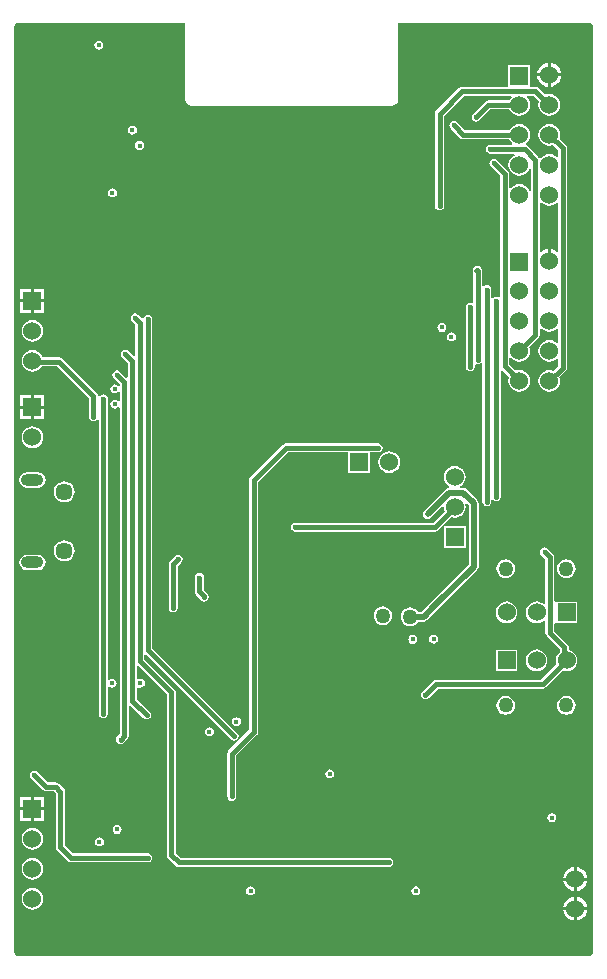
<source format=gbl>
G04*
G04 #@! TF.GenerationSoftware,Altium Limited,Altium Designer,20.1.14 (287)*
G04*
G04 Layer_Physical_Order=4*
G04 Layer_Color=16711680*
%FSLAX44Y44*%
%MOMM*%
G71*
G04*
G04 #@! TF.SameCoordinates,978DA6D5-38BD-4FD5-9912-D6258095FBE2*
G04*
G04*
G04 #@! TF.FilePolarity,Positive*
G04*
G01*
G75*
%ADD107C,1.2700*%
%ADD109C,0.5000*%
%ADD110C,0.4500*%
%ADD117C,1.4500*%
%ADD118O,1.9050X0.9910*%
%ADD119R,1.5240X1.5240*%
%ADD120C,1.5240*%
%ADD121R,1.5240X1.5240*%
%ADD122C,0.4500*%
G36*
X8000Y794902D02*
X149742Y794902D01*
Y730000D01*
X150130Y728049D01*
X151235Y726395D01*
X152889Y725290D01*
X154840Y724902D01*
X324840D01*
X326791Y725290D01*
X328445Y726395D01*
Y726395D01*
X329550Y728049D01*
X329938Y730000D01*
Y794902D01*
X492000Y794902D01*
X492286D01*
X492847Y794791D01*
X493375Y794572D01*
X493850Y794254D01*
X494254Y793850D01*
X494572Y793375D01*
X494791Y792847D01*
X494902Y792286D01*
X494902Y792001D01*
X494902Y792000D01*
X494902Y792000D01*
X494902Y8000D01*
X494902Y7714D01*
X494791Y7153D01*
X494572Y6625D01*
X494254Y6150D01*
X493850Y5746D01*
X493375Y5428D01*
X492846Y5209D01*
X492286Y5098D01*
X8000D01*
X8000Y5098D01*
X8000Y5098D01*
X7714D01*
X7153Y5209D01*
X6625Y5428D01*
X6150Y5746D01*
X5746Y6150D01*
X5428Y6625D01*
X5209Y7153D01*
X5098Y7714D01*
X5098Y8000D01*
X5098Y8000D01*
X5098Y8000D01*
X5098Y792000D01*
X5098Y792000D01*
X5098Y792001D01*
X5098Y792286D01*
X5209Y792847D01*
X5428Y793375D01*
X5746Y793850D01*
X6150Y794254D01*
X6625Y794572D01*
X7153Y794791D01*
X7714Y794902D01*
X7999Y794902D01*
X8000Y794902D01*
X8000Y794902D01*
D02*
G37*
%LPC*%
G36*
X76569Y779823D02*
X75105Y779532D01*
X73865Y778704D01*
X73036Y777463D01*
X72745Y776000D01*
X73036Y774537D01*
X73865Y773296D01*
X75105Y772468D01*
X76569Y772177D01*
X78032Y772468D01*
X79272Y773296D01*
X80101Y774537D01*
X80392Y776000D01*
X80101Y777463D01*
X79272Y778704D01*
X78032Y779532D01*
X76569Y779823D01*
D02*
G37*
G36*
X459097Y760881D02*
Y752070D01*
X467907D01*
X467725Y753452D01*
X466702Y755924D01*
X465073Y758046D01*
X462951Y759675D01*
X460479Y760698D01*
X459097Y760881D01*
D02*
G37*
G36*
X456557Y760881D02*
X455175Y760698D01*
X452703Y759675D01*
X450581Y758046D01*
X448952Y755924D01*
X447929Y753452D01*
X447747Y752070D01*
X456557D01*
Y760881D01*
D02*
G37*
G36*
Y749530D02*
X447747D01*
X447929Y748148D01*
X448952Y745676D01*
X450581Y743554D01*
X452703Y741925D01*
X455175Y740901D01*
X456557Y740720D01*
Y749530D01*
D02*
G37*
G36*
X467907D02*
X459097D01*
Y740720D01*
X460479Y740901D01*
X462951Y741925D01*
X465073Y743554D01*
X466702Y745676D01*
X467725Y748148D01*
X467907Y749530D01*
D02*
G37*
G36*
X441293Y759412D02*
X423053D01*
Y742094D01*
X423053Y741172D01*
X421927Y740823D01*
X384000D01*
X382537Y740532D01*
X381296Y739704D01*
X362296Y720704D01*
X361468Y719463D01*
X361177Y718000D01*
Y640000D01*
X361468Y638537D01*
X362296Y637296D01*
X363537Y636468D01*
X365000Y636177D01*
X366463Y636468D01*
X367704Y637296D01*
X368532Y638537D01*
X368823Y640000D01*
Y716416D01*
X385584Y733177D01*
X425605D01*
X426013Y731974D01*
X425923Y731905D01*
X424461Y729999D01*
X424139Y729223D01*
X406400D01*
X404937Y728932D01*
X403696Y728104D01*
X393296Y717704D01*
X392468Y716463D01*
X392177Y715000D01*
X392468Y713537D01*
X393296Y712296D01*
X394537Y711468D01*
X396000Y711177D01*
X397463Y711468D01*
X398704Y712296D01*
X407984Y721577D01*
X424139D01*
X424461Y720801D01*
X425923Y718895D01*
X427828Y717434D01*
X430046Y716515D01*
X432427Y716201D01*
X434808Y716515D01*
X437026Y717434D01*
X438932Y718895D01*
X440393Y720801D01*
X441312Y723019D01*
X441626Y725400D01*
X441312Y727781D01*
X440393Y729999D01*
X438932Y731905D01*
X438841Y731974D01*
X439249Y733177D01*
X444643D01*
X449263Y728557D01*
X448942Y727781D01*
X448628Y725400D01*
X448942Y723019D01*
X449861Y720801D01*
X451323Y718895D01*
X453228Y717434D01*
X455446Y716515D01*
X457827Y716201D01*
X460208Y716515D01*
X462426Y717434D01*
X464332Y718895D01*
X465793Y720801D01*
X466712Y723019D01*
X467026Y725400D01*
X466712Y727781D01*
X465793Y729999D01*
X464332Y731905D01*
X462426Y733366D01*
X460208Y734285D01*
X457827Y734599D01*
X455446Y734285D01*
X454670Y733964D01*
X448931Y739704D01*
X447690Y740532D01*
X446227Y740823D01*
X442419D01*
X441293Y741172D01*
X441293Y742094D01*
Y759412D01*
D02*
G37*
G36*
X105000Y707823D02*
X103537Y707532D01*
X102296Y706704D01*
X101468Y705463D01*
X101177Y704000D01*
X101468Y702537D01*
X102296Y701296D01*
X103537Y700468D01*
X105000Y700177D01*
X106463Y700468D01*
X107704Y701296D01*
X108532Y702537D01*
X108823Y704000D01*
X108532Y705463D01*
X107704Y706704D01*
X106463Y707532D01*
X105000Y707823D01*
D02*
G37*
G36*
X111000Y694823D02*
X109537Y694532D01*
X108296Y693704D01*
X107468Y692463D01*
X107177Y691000D01*
X107468Y689537D01*
X108296Y688296D01*
X109537Y687468D01*
X111000Y687177D01*
X112463Y687468D01*
X113704Y688296D01*
X114532Y689537D01*
X114823Y691000D01*
X114532Y692463D01*
X113704Y693704D01*
X112463Y694532D01*
X111000Y694823D01*
D02*
G37*
G36*
X377000Y711823D02*
X375537Y711532D01*
X374296Y710704D01*
X373468Y709463D01*
X373177Y708000D01*
X373468Y706537D01*
X374296Y705296D01*
X382296Y697296D01*
X383537Y696468D01*
X385000Y696177D01*
X424139D01*
X424461Y695401D01*
X425923Y693495D01*
X426447Y693093D01*
X426016Y691823D01*
X408000D01*
X406537Y691532D01*
X405296Y690704D01*
X404468Y689463D01*
X404177Y688000D01*
X404468Y686537D01*
X405296Y685296D01*
X406537Y684468D01*
X408000Y684177D01*
X428396D01*
X428649Y682907D01*
X427828Y682566D01*
X425923Y681105D01*
X424461Y679199D01*
X423542Y676981D01*
X423228Y674600D01*
X423542Y672219D01*
X424461Y670001D01*
X425923Y668095D01*
X427828Y666634D01*
X430046Y665715D01*
X432427Y665401D01*
X434808Y665715D01*
X437026Y666634D01*
X438932Y668095D01*
X440393Y670001D01*
X440907Y671240D01*
X442177Y670987D01*
Y652813D01*
X440907Y652560D01*
X440393Y653799D01*
X438932Y655704D01*
X437026Y657166D01*
X434808Y658085D01*
X432427Y658399D01*
X430046Y658085D01*
X427828Y657166D01*
X425923Y655704D01*
X425093Y654624D01*
X423823Y655055D01*
Y667000D01*
X423532Y668463D01*
X422704Y669704D01*
X413704Y678704D01*
X412463Y679532D01*
X411000Y679823D01*
X409537Y679532D01*
X408296Y678704D01*
X407468Y677463D01*
X407177Y676000D01*
X407468Y674537D01*
X408296Y673296D01*
X416177Y665416D01*
Y562915D01*
X414907Y562236D01*
X414463Y562532D01*
X413000Y562823D01*
X411537Y562532D01*
X410296Y561704D01*
X410093Y561400D01*
X408823Y561785D01*
Y569000D01*
X408532Y570463D01*
X407704Y571704D01*
X406463Y572532D01*
X405000Y572823D01*
X403537Y572532D01*
X402343Y571735D01*
X402065Y571790D01*
X401073Y572159D01*
Y583468D01*
X401328Y584750D01*
X401018Y586311D01*
X400134Y587634D01*
X399884Y587884D01*
X398561Y588768D01*
X397000Y589078D01*
X395439Y588768D01*
X394116Y587884D01*
X393232Y586561D01*
X392922Y585000D01*
X393232Y583439D01*
X393427Y583148D01*
Y558300D01*
X392156Y557593D01*
X391000Y557823D01*
X389537Y557532D01*
X388296Y556704D01*
X387468Y555463D01*
X387177Y554000D01*
Y503527D01*
X387468Y502064D01*
X388296Y500823D01*
X389537Y499995D01*
X391000Y499704D01*
X392463Y499995D01*
X393704Y500823D01*
X394532Y502064D01*
X394823Y503527D01*
Y505477D01*
X396093Y506184D01*
X397250Y505954D01*
X398713Y506245D01*
X399907Y507042D01*
X400185Y506987D01*
X401177Y506618D01*
Y389425D01*
X401468Y387962D01*
X402296Y386721D01*
X403537Y385892D01*
X405000Y385601D01*
X406463Y385892D01*
X407704Y386721D01*
X408532Y387962D01*
X408823Y389425D01*
Y390715D01*
X410093Y391100D01*
X410296Y390797D01*
X411537Y389968D01*
X413000Y389677D01*
X414463Y389968D01*
X415704Y390797D01*
X416532Y392037D01*
X416823Y393500D01*
Y500100D01*
X418093Y500626D01*
X423863Y494857D01*
X423542Y494081D01*
X423228Y491700D01*
X423542Y489319D01*
X424461Y487101D01*
X425923Y485196D01*
X427828Y483734D01*
X430046Y482815D01*
X432427Y482501D01*
X434808Y482815D01*
X437026Y483734D01*
X438932Y485196D01*
X440393Y487101D01*
X441312Y489319D01*
X441626Y491700D01*
X441312Y494081D01*
X440393Y496299D01*
X438932Y498204D01*
X437026Y499666D01*
X434808Y500585D01*
X432427Y500899D01*
X430046Y500585D01*
X429270Y500264D01*
X423823Y505711D01*
Y511245D01*
X425093Y511676D01*
X425923Y510596D01*
X427828Y509134D01*
X430046Y508215D01*
X432427Y507901D01*
X434808Y508215D01*
X437026Y509134D01*
X438932Y510596D01*
X440393Y512501D01*
X441312Y514719D01*
X441626Y517100D01*
X441312Y519481D01*
X440991Y520257D01*
X448704Y527969D01*
X449532Y529210D01*
X449823Y530673D01*
Y535863D01*
X451093Y536294D01*
X451323Y535995D01*
X453228Y534534D01*
X455446Y533615D01*
X457827Y533301D01*
X460208Y533615D01*
X462426Y534534D01*
X464104Y535821D01*
X465374Y535454D01*
Y524146D01*
X464104Y523779D01*
X462426Y525066D01*
X460208Y525985D01*
X457827Y526299D01*
X455446Y525985D01*
X453228Y525066D01*
X451323Y523605D01*
X449861Y521699D01*
X448942Y519481D01*
X448628Y517100D01*
X448942Y514719D01*
X449861Y512501D01*
X451323Y510596D01*
X453228Y509134D01*
X455446Y508215D01*
X457827Y507901D01*
X460208Y508215D01*
X462426Y509134D01*
X464104Y510421D01*
X465374Y510054D01*
Y504654D01*
X460984Y500264D01*
X460208Y500585D01*
X457827Y500899D01*
X455446Y500585D01*
X453228Y499666D01*
X451323Y498204D01*
X449861Y496299D01*
X448942Y494081D01*
X448628Y491700D01*
X448942Y489319D01*
X449861Y487101D01*
X451323Y485196D01*
X453228Y483734D01*
X455446Y482815D01*
X457827Y482501D01*
X460208Y482815D01*
X462426Y483734D01*
X464332Y485196D01*
X465793Y487101D01*
X466712Y489319D01*
X467026Y491700D01*
X466712Y494081D01*
X466391Y494857D01*
X471901Y500366D01*
X472729Y501607D01*
X473020Y503070D01*
Y688630D01*
X472729Y690093D01*
X471901Y691334D01*
X466391Y696843D01*
X466712Y697619D01*
X467026Y700000D01*
X466712Y702381D01*
X465793Y704599D01*
X464332Y706505D01*
X462426Y707966D01*
X460208Y708885D01*
X457827Y709199D01*
X455446Y708885D01*
X453228Y707966D01*
X451323Y706505D01*
X449861Y704599D01*
X448942Y702381D01*
X448628Y700000D01*
X448942Y697619D01*
X449861Y695401D01*
X451323Y693495D01*
X453228Y692034D01*
X455446Y691115D01*
X457827Y690801D01*
X460208Y691115D01*
X460984Y691436D01*
X465374Y687046D01*
Y681646D01*
X464104Y681279D01*
X462426Y682566D01*
X460208Y683485D01*
X457827Y683799D01*
X455446Y683485D01*
X453228Y682566D01*
X451323Y681105D01*
X450828Y680460D01*
X450306Y680461D01*
X449392Y680674D01*
X448704Y681704D01*
X439704Y690704D01*
X438463Y691532D01*
X438460Y691533D01*
X438143Y692891D01*
X438932Y693495D01*
X440393Y695401D01*
X441312Y697619D01*
X441626Y700000D01*
X441312Y702381D01*
X440393Y704599D01*
X438932Y706505D01*
X437026Y707966D01*
X434808Y708885D01*
X432427Y709199D01*
X430046Y708885D01*
X427828Y707966D01*
X425923Y706505D01*
X424461Y704599D01*
X424139Y703823D01*
X386584D01*
X379704Y710704D01*
X378463Y711532D01*
X377000Y711823D01*
D02*
G37*
G36*
X88000Y654823D02*
X86537Y654532D01*
X85296Y653704D01*
X84468Y652463D01*
X84177Y651000D01*
X84468Y649537D01*
X85296Y648296D01*
X86537Y647468D01*
X88000Y647177D01*
X89463Y647468D01*
X90704Y648296D01*
X91532Y649537D01*
X91823Y651000D01*
X91532Y652463D01*
X90704Y653704D01*
X89463Y654532D01*
X88000Y654823D01*
D02*
G37*
G36*
X30414Y569562D02*
X21524D01*
Y560672D01*
X30414D01*
Y569562D01*
D02*
G37*
G36*
X18984D02*
X10094D01*
Y560672D01*
X18984D01*
Y569562D01*
D02*
G37*
G36*
X30414Y558132D02*
X21524D01*
Y549242D01*
X30414D01*
Y558132D01*
D02*
G37*
G36*
X18984D02*
X10094D01*
Y549242D01*
X18984D01*
Y558132D01*
D02*
G37*
G36*
X367000Y540823D02*
X365537Y540532D01*
X364296Y539704D01*
X363468Y538463D01*
X363177Y537000D01*
X363468Y535537D01*
X364296Y534296D01*
X365537Y533468D01*
X367000Y533177D01*
X368463Y533468D01*
X369704Y534296D01*
X370532Y535537D01*
X370823Y537000D01*
X370532Y538463D01*
X369704Y539704D01*
X368463Y540532D01*
X367000Y540823D01*
D02*
G37*
G36*
X375000Y532823D02*
X373537Y532532D01*
X372296Y531704D01*
X371468Y530463D01*
X371177Y529000D01*
X371468Y527537D01*
X372296Y526296D01*
X373537Y525468D01*
X375000Y525177D01*
X376463Y525468D01*
X377704Y526296D01*
X378532Y527537D01*
X378823Y529000D01*
X378532Y530463D01*
X377704Y531704D01*
X376463Y532532D01*
X375000Y532823D01*
D02*
G37*
G36*
X20254Y543201D02*
X17873Y542887D01*
X15655Y541968D01*
X13750Y540507D01*
X12288Y538601D01*
X11369Y536383D01*
X11055Y534002D01*
X11369Y531621D01*
X12288Y529403D01*
X13750Y527497D01*
X15655Y526036D01*
X17873Y525117D01*
X20254Y524803D01*
X22635Y525117D01*
X24853Y526036D01*
X26758Y527497D01*
X28220Y529403D01*
X29139Y531621D01*
X29453Y534002D01*
X29139Y536383D01*
X28220Y538601D01*
X26758Y540507D01*
X24853Y541968D01*
X22635Y542887D01*
X20254Y543201D01*
D02*
G37*
G36*
X107304Y548823D02*
X105841Y548532D01*
X104600Y547704D01*
X103772Y546463D01*
X103481Y545000D01*
X103772Y543537D01*
X104600Y542296D01*
X107427Y539470D01*
Y512890D01*
X106253Y512404D01*
X101704Y516954D01*
X100463Y517782D01*
X99000Y518073D01*
X97537Y517782D01*
X96296Y516954D01*
X95468Y515713D01*
X95177Y514250D01*
X95468Y512787D01*
X96296Y511546D01*
X101177Y506666D01*
Y494713D01*
X99907Y494187D01*
X94552Y499541D01*
X94552Y499541D01*
X93312Y500370D01*
X91849Y500661D01*
X90386Y500370D01*
X89145Y499541D01*
X88316Y498301D01*
X88025Y496838D01*
X88316Y495374D01*
X89145Y494134D01*
X94177Y489103D01*
Y487785D01*
X92907Y487400D01*
X92704Y487704D01*
X91463Y488532D01*
X90000Y488823D01*
X88537Y488532D01*
X87296Y487704D01*
X86468Y486463D01*
X86177Y485000D01*
X86468Y483537D01*
X87296Y482296D01*
X88537Y481468D01*
X90000Y481177D01*
X91463Y481468D01*
X92704Y482296D01*
X92907Y482600D01*
X94177Y482215D01*
Y474785D01*
X92907Y474400D01*
X92704Y474704D01*
X91463Y475532D01*
X90000Y475823D01*
X88537Y475532D01*
X87296Y474704D01*
X86468Y473463D01*
X86177Y472000D01*
X86468Y470537D01*
X87296Y469296D01*
X88537Y468468D01*
X90000Y468177D01*
X91463Y468468D01*
X92704Y469296D01*
X92907Y469600D01*
X94177Y469215D01*
Y192584D01*
X92296Y190704D01*
X91468Y189463D01*
X91177Y188000D01*
X91468Y186537D01*
X92296Y185296D01*
X93537Y184468D01*
X95000Y184177D01*
X96463Y184468D01*
X97704Y185296D01*
X100704Y188296D01*
X101532Y189537D01*
X101823Y191000D01*
Y216973D01*
X103093Y217499D01*
X114296Y206296D01*
X115537Y205468D01*
X117000Y205177D01*
X118463Y205468D01*
X119704Y206296D01*
X120532Y207537D01*
X120823Y209000D01*
X120532Y210463D01*
X119704Y211704D01*
X108823Y222584D01*
Y231668D01*
X110093Y232347D01*
X110287Y232218D01*
X111750Y231927D01*
X113213Y232218D01*
X114454Y233046D01*
X115282Y234287D01*
X115573Y235750D01*
X115282Y237213D01*
X114454Y238454D01*
X113213Y239282D01*
X111750Y239573D01*
X110287Y239282D01*
X110093Y239153D01*
X108823Y239832D01*
Y250110D01*
X109997Y250596D01*
X133974Y226619D01*
Y208841D01*
Y90203D01*
X134265Y88740D01*
X135093Y87500D01*
X141296Y81296D01*
X142537Y80468D01*
X144000Y80177D01*
X322000D01*
X323463Y80468D01*
X324704Y81296D01*
X325532Y82537D01*
X325823Y84000D01*
X325532Y85463D01*
X324704Y86704D01*
X323463Y87532D01*
X322000Y87823D01*
X145584D01*
X141620Y91787D01*
Y208841D01*
Y228203D01*
X141329Y229666D01*
X140500Y230907D01*
X115073Y256334D01*
Y259818D01*
X116343Y260344D01*
X188400Y188288D01*
X189640Y187459D01*
X191103Y187168D01*
X192566Y187459D01*
X193807Y188288D01*
X194636Y189528D01*
X194927Y190991D01*
X194636Y192455D01*
X193807Y193695D01*
X121823Y265678D01*
Y544000D01*
X121532Y545463D01*
X120704Y546704D01*
X119463Y547532D01*
X118000Y547823D01*
X116537Y547532D01*
X115296Y546704D01*
X114468Y545463D01*
X114397Y545110D01*
X113019Y544692D01*
X110008Y547704D01*
X108767Y548532D01*
X107304Y548823D01*
D02*
G37*
G36*
X30414Y479652D02*
X21524D01*
Y470762D01*
X30414D01*
Y479652D01*
D02*
G37*
G36*
X18984D02*
X10094D01*
Y470762D01*
X18984D01*
Y479652D01*
D02*
G37*
G36*
X30414Y468222D02*
X21524D01*
Y459332D01*
X30414D01*
Y468222D01*
D02*
G37*
G36*
X18984D02*
X10094D01*
Y459332D01*
X18984D01*
Y468222D01*
D02*
G37*
G36*
X20254Y453291D02*
X17873Y452977D01*
X15655Y452058D01*
X13750Y450597D01*
X12288Y448691D01*
X11369Y446473D01*
X11055Y444092D01*
X11369Y441711D01*
X12288Y439493D01*
X13750Y437588D01*
X15655Y436126D01*
X17873Y435207D01*
X20254Y434893D01*
X22635Y435207D01*
X24853Y436126D01*
X26758Y437588D01*
X28220Y439493D01*
X29139Y441711D01*
X29453Y444092D01*
X29139Y446473D01*
X28220Y448691D01*
X26758Y450597D01*
X24853Y452058D01*
X22635Y452977D01*
X20254Y453291D01*
D02*
G37*
G36*
X313000Y438823D02*
X235000D01*
X233537Y438532D01*
X232296Y437704D01*
X204796Y410204D01*
X203968Y408963D01*
X203677Y407500D01*
Y196245D01*
X186296Y178865D01*
X185468Y177624D01*
X185177Y176161D01*
Y140000D01*
X185468Y138537D01*
X186296Y137296D01*
X187537Y136468D01*
X189000Y136177D01*
X190463Y136468D01*
X191704Y137296D01*
X192532Y138537D01*
X192823Y140000D01*
Y174578D01*
X210204Y191958D01*
X211032Y193198D01*
X211324Y194661D01*
Y405916D01*
X236584Y431177D01*
X287880D01*
Y413880D01*
X306120D01*
Y431177D01*
X313000D01*
X314463Y431468D01*
X315704Y432296D01*
X316532Y433537D01*
X316823Y435000D01*
X316532Y436463D01*
X315704Y437704D01*
X314463Y438532D01*
X313000Y438823D01*
D02*
G37*
G36*
X322400Y432199D02*
X320019Y431885D01*
X317801Y430966D01*
X315896Y429504D01*
X314434Y427599D01*
X313515Y425381D01*
X313201Y423000D01*
X313515Y420619D01*
X314434Y418401D01*
X315896Y416496D01*
X317801Y415034D01*
X320019Y414115D01*
X322400Y413801D01*
X324781Y414115D01*
X326999Y415034D01*
X328904Y416496D01*
X330366Y418401D01*
X331285Y420619D01*
X331599Y423000D01*
X331285Y425381D01*
X330366Y427599D01*
X328904Y429504D01*
X326999Y430966D01*
X324781Y431885D01*
X322400Y432199D01*
D02*
G37*
G36*
X24855Y414566D02*
X15715D01*
X13196Y414066D01*
X11061Y412639D01*
X9635Y410504D01*
X9133Y407985D01*
X9635Y405466D01*
X11061Y403331D01*
X13196Y401905D01*
X15715Y401404D01*
X24855D01*
X27374Y401905D01*
X29509Y403331D01*
X30935Y405466D01*
X31436Y407985D01*
X30935Y410504D01*
X29509Y412639D01*
X27374Y414066D01*
X24855Y414566D01*
D02*
G37*
G36*
X47285Y406810D02*
X45001Y406510D01*
X42872Y405628D01*
X41044Y404226D01*
X39642Y402398D01*
X38760Y400269D01*
X38459Y397985D01*
X38760Y395701D01*
X39642Y393572D01*
X41044Y391744D01*
X42872Y390342D01*
X45001Y389460D01*
X47285Y389160D01*
X49569Y389460D01*
X51698Y390342D01*
X53526Y391744D01*
X54928Y393572D01*
X55810Y395701D01*
X56111Y397985D01*
X55810Y400269D01*
X54928Y402398D01*
X53526Y404226D01*
X51698Y405628D01*
X49569Y406510D01*
X47285Y406810D01*
D02*
G37*
G36*
Y356810D02*
X45001Y356510D01*
X42872Y355628D01*
X41044Y354226D01*
X39642Y352398D01*
X38760Y350269D01*
X38459Y347985D01*
X38760Y345701D01*
X39642Y343572D01*
X41044Y341744D01*
X42872Y340342D01*
X45001Y339460D01*
X47285Y339160D01*
X49569Y339460D01*
X51698Y340342D01*
X53526Y341744D01*
X54928Y343572D01*
X55810Y345701D01*
X56111Y347985D01*
X55810Y350269D01*
X54928Y352398D01*
X53526Y354226D01*
X51698Y355628D01*
X49569Y356510D01*
X47285Y356810D01*
D02*
G37*
G36*
X24855Y344566D02*
X15715D01*
X13196Y344066D01*
X11061Y342639D01*
X9635Y340504D01*
X9133Y337985D01*
X9635Y335466D01*
X11061Y333331D01*
X13196Y331904D01*
X15715Y331404D01*
X24855D01*
X27374Y331904D01*
X29509Y333331D01*
X30935Y335466D01*
X31436Y337985D01*
X30935Y340504D01*
X29509Y342639D01*
X27374Y344066D01*
X24855Y344566D01*
D02*
G37*
G36*
X472240Y340748D02*
X470191Y340479D01*
X468281Y339688D01*
X466641Y338429D01*
X465383Y336790D01*
X464592Y334880D01*
X464322Y332831D01*
X464592Y330781D01*
X465383Y328872D01*
X466641Y327232D01*
X468281Y325974D01*
X470191Y325183D01*
X472240Y324913D01*
X474289Y325183D01*
X476199Y325974D01*
X477839Y327232D01*
X479097Y328872D01*
X479888Y330781D01*
X480158Y332831D01*
X479888Y334880D01*
X479097Y336790D01*
X477839Y338429D01*
X476199Y339688D01*
X474289Y340479D01*
X472240Y340748D01*
D02*
G37*
G36*
X420925D02*
X418875Y340479D01*
X416966Y339688D01*
X415326Y338429D01*
X414068Y336790D01*
X413277Y334880D01*
X413007Y332831D01*
X413277Y330781D01*
X414068Y328872D01*
X415326Y327232D01*
X416966Y325974D01*
X418875Y325183D01*
X420925Y324913D01*
X422974Y325183D01*
X424883Y325974D01*
X426523Y327232D01*
X427782Y328872D01*
X428573Y330781D01*
X428842Y332831D01*
X428573Y334880D01*
X427782Y336790D01*
X426523Y338429D01*
X424883Y339688D01*
X422974Y340479D01*
X420925Y340748D01*
D02*
G37*
G36*
X161613Y329005D02*
X160150Y328713D01*
X158909Y327885D01*
X158080Y326644D01*
X157789Y325181D01*
Y313462D01*
X158080Y311999D01*
X158909Y310758D01*
X162187Y307481D01*
X162219Y307319D01*
X163048Y306078D01*
X164288Y305250D01*
X165751Y304959D01*
X167214Y305250D01*
X168455Y306078D01*
X169284Y307319D01*
X169575Y308782D01*
Y309323D01*
X169284Y310786D01*
X168455Y312027D01*
X165436Y315045D01*
Y325181D01*
X165145Y326644D01*
X164316Y327885D01*
X163076Y328713D01*
X161613Y329005D01*
D02*
G37*
G36*
X454000Y350885D02*
X452537Y350594D01*
X451296Y349765D01*
X450468Y348525D01*
X450177Y347062D01*
X450468Y345598D01*
X451296Y344358D01*
X454645Y341009D01*
Y302841D01*
X453375Y302474D01*
X451698Y303761D01*
X449479Y304680D01*
X447099Y304993D01*
X444718Y304680D01*
X442499Y303761D01*
X440594Y302299D01*
X439132Y300394D01*
X438214Y298176D01*
X437900Y295795D01*
X438214Y293414D01*
X439132Y291195D01*
X440594Y289290D01*
X442499Y287828D01*
X444718Y286910D01*
X447099Y286596D01*
X449479Y286910D01*
X451698Y287828D01*
X453375Y289115D01*
X454645Y288749D01*
Y278531D01*
X454936Y277068D01*
X455765Y275828D01*
X466716Y264877D01*
Y262213D01*
X465994Y261659D01*
X464532Y259754D01*
X463614Y257535D01*
X463300Y255155D01*
X463614Y252774D01*
X463935Y251998D01*
X450760Y238824D01*
X362000D01*
X360537Y238532D01*
X359296Y237704D01*
X350296Y228704D01*
X349468Y227463D01*
X349177Y226000D01*
X349468Y224537D01*
X350296Y223296D01*
X351537Y222468D01*
X353000Y222177D01*
X354463Y222468D01*
X355704Y223296D01*
X363584Y231177D01*
X452344D01*
X453807Y231468D01*
X455048Y232297D01*
X469342Y246591D01*
X470118Y246269D01*
X472499Y245956D01*
X474879Y246269D01*
X477098Y247188D01*
X479003Y248650D01*
X480465Y250555D01*
X481384Y252774D01*
X481697Y255155D01*
X481384Y257535D01*
X480465Y259754D01*
X479003Y261659D01*
X477098Y263121D01*
X474879Y264040D01*
X474363Y264108D01*
Y266461D01*
X474072Y267924D01*
X473243Y269164D01*
X462292Y280115D01*
Y286232D01*
X463379Y286675D01*
X463562Y286675D01*
X481619D01*
Y304915D01*
X463562D01*
X463379Y304915D01*
X462292Y305358D01*
Y342593D01*
X462001Y344056D01*
X461172Y345296D01*
X456704Y349765D01*
X455463Y350594D01*
X454000Y350885D01*
D02*
G37*
G36*
X378000Y419599D02*
X375619Y419285D01*
X373401Y418366D01*
X371496Y416904D01*
X370034Y414999D01*
X369115Y412781D01*
X368801Y410400D01*
X369115Y408019D01*
X370034Y405801D01*
X371496Y403895D01*
X373401Y402434D01*
X373065Y401198D01*
X373000Y401078D01*
X371439Y400768D01*
X370116Y399884D01*
X370116Y399884D01*
X352116Y381884D01*
X351232Y380561D01*
X350922Y379000D01*
X351232Y377439D01*
X352116Y376116D01*
X353439Y375232D01*
X355000Y374922D01*
X356561Y375232D01*
X357884Y376116D01*
X367713Y385945D01*
X368852Y385383D01*
X368801Y385000D01*
X369115Y382619D01*
X369436Y381843D01*
X359416Y371823D01*
X243000D01*
X241537Y371532D01*
X240296Y370704D01*
X239468Y369463D01*
X239177Y368000D01*
X239468Y366537D01*
X240296Y365296D01*
X241537Y364468D01*
X243000Y364177D01*
X361000D01*
X362463Y364468D01*
X363704Y365296D01*
X367951Y369544D01*
X368880Y368677D01*
X368880Y367468D01*
Y350480D01*
X387120D01*
Y368720D01*
X370149D01*
X368923Y368720D01*
X368056Y369649D01*
X374843Y376436D01*
X375619Y376115D01*
X378000Y375801D01*
X380381Y376115D01*
X382599Y377034D01*
X384505Y378495D01*
X385966Y380401D01*
X386885Y382619D01*
X387199Y385000D01*
X386885Y387381D01*
X386765Y387672D01*
X387841Y388391D01*
X389922Y386311D01*
Y336219D01*
X357317Y303614D01*
X349781Y296078D01*
X346765D01*
X345599Y297599D01*
X343959Y298857D01*
X342049Y299648D01*
X340000Y299918D01*
X337951Y299648D01*
X336041Y298857D01*
X334401Y297599D01*
X333143Y295959D01*
X332352Y294049D01*
X332082Y292000D01*
X332352Y289951D01*
X333143Y288041D01*
X334401Y286401D01*
X336041Y285143D01*
X337951Y284352D01*
X340000Y284082D01*
X342049Y284352D01*
X343959Y285143D01*
X345599Y286401D01*
X346765Y287922D01*
X351470D01*
X351470Y287922D01*
X353031Y288232D01*
X354354Y289116D01*
X363084Y297846D01*
X396884Y331646D01*
X397768Y332969D01*
X398078Y334529D01*
X398078Y334530D01*
Y388000D01*
X397768Y389561D01*
X396884Y390884D01*
X396884Y390884D01*
X387884Y399884D01*
X386561Y400768D01*
X385000Y401078D01*
X385000Y401078D01*
X382646D01*
X382393Y402348D01*
X382599Y402434D01*
X384505Y403895D01*
X385966Y405801D01*
X386885Y408019D01*
X387199Y410400D01*
X386885Y412781D01*
X385966Y414999D01*
X384505Y416904D01*
X382599Y418366D01*
X380381Y419285D01*
X378000Y419599D01*
D02*
G37*
G36*
X143670Y344653D02*
X142207Y344362D01*
X140966Y343534D01*
X140644Y343051D01*
X136736Y339144D01*
X135908Y337903D01*
X135617Y336440D01*
Y299515D01*
X135908Y298052D01*
X136736Y296812D01*
X137977Y295983D01*
X139440Y295692D01*
X140903Y295983D01*
X142144Y296812D01*
X142972Y298052D01*
X143264Y299515D01*
Y334856D01*
X146374Y337966D01*
X147202Y339207D01*
X147493Y340670D01*
Y340830D01*
X147202Y342293D01*
X146374Y343534D01*
X145133Y344362D01*
X143670Y344653D01*
D02*
G37*
G36*
X421699Y304993D02*
X419318Y304680D01*
X417099Y303761D01*
X415194Y302299D01*
X413732Y300394D01*
X412813Y298176D01*
X412500Y295795D01*
X412813Y293414D01*
X413732Y291195D01*
X415194Y289290D01*
X417099Y287828D01*
X419318Y286910D01*
X421699Y286596D01*
X424080Y286910D01*
X426298Y287828D01*
X428203Y289290D01*
X429665Y291195D01*
X430584Y293414D01*
X430897Y295795D01*
X430584Y298176D01*
X429665Y300394D01*
X428203Y302299D01*
X426298Y303761D01*
X424080Y304680D01*
X421699Y304993D01*
D02*
G37*
G36*
X317000Y300918D02*
X314951Y300648D01*
X313041Y299857D01*
X311401Y298599D01*
X310143Y296959D01*
X309352Y295049D01*
X309082Y293000D01*
X309352Y290951D01*
X310143Y289041D01*
X311401Y287401D01*
X313041Y286143D01*
X314951Y285352D01*
X317000Y285082D01*
X319049Y285352D01*
X320959Y286143D01*
X322599Y287401D01*
X323857Y289041D01*
X324648Y290951D01*
X324918Y293000D01*
X324648Y295049D01*
X323857Y296959D01*
X322599Y298599D01*
X320959Y299857D01*
X319049Y300648D01*
X317000Y300918D01*
D02*
G37*
G36*
X360000Y276823D02*
X358537Y276532D01*
X357296Y275704D01*
X356468Y274463D01*
X356177Y273000D01*
X356468Y271537D01*
X357296Y270296D01*
X358537Y269468D01*
X360000Y269177D01*
X361463Y269468D01*
X362704Y270296D01*
X363532Y271537D01*
X363823Y273000D01*
X363532Y274463D01*
X362704Y275704D01*
X361463Y276532D01*
X360000Y276823D01*
D02*
G37*
G36*
X342246Y276668D02*
X340783Y276377D01*
X339543Y275548D01*
X338714Y274308D01*
X338423Y272845D01*
X338714Y271381D01*
X339543Y270141D01*
X340783Y269312D01*
X342246Y269021D01*
X343709Y269312D01*
X344950Y270141D01*
X345779Y271381D01*
X346070Y272845D01*
X345779Y274308D01*
X344950Y275548D01*
X343709Y276377D01*
X342246Y276668D01*
D02*
G37*
G36*
X430819Y264275D02*
X412579D01*
Y246035D01*
X430819D01*
Y264275D01*
D02*
G37*
G36*
X447099Y264353D02*
X444718Y264040D01*
X442499Y263121D01*
X440594Y261659D01*
X439132Y259754D01*
X438214Y257535D01*
X437900Y255155D01*
X438214Y252774D01*
X439132Y250555D01*
X440594Y248650D01*
X442499Y247188D01*
X444718Y246269D01*
X447099Y245956D01*
X449479Y246269D01*
X451698Y247188D01*
X453603Y248650D01*
X455065Y250555D01*
X455984Y252774D01*
X456297Y255155D01*
X455984Y257535D01*
X455065Y259754D01*
X453603Y261659D01*
X451698Y263121D01*
X449479Y264040D01*
X447099Y264353D01*
D02*
G37*
G36*
X20254Y517801D02*
X17873Y517487D01*
X15655Y516568D01*
X13750Y515107D01*
X12288Y513201D01*
X11369Y510983D01*
X11055Y508602D01*
X11369Y506221D01*
X12288Y504003D01*
X13750Y502098D01*
X15655Y500636D01*
X17873Y499717D01*
X20254Y499403D01*
X22635Y499717D01*
X24853Y500636D01*
X26758Y502098D01*
X28220Y504003D01*
X28292Y504177D01*
X41416D01*
X68177Y477416D01*
Y461400D01*
X68468Y459937D01*
X69296Y458696D01*
X70537Y457868D01*
X72000Y457577D01*
X73463Y457868D01*
X74704Y458696D01*
X75157Y459374D01*
X76427Y458989D01*
Y209750D01*
X76718Y208287D01*
X77546Y207046D01*
X78787Y206218D01*
X80250Y205927D01*
X81713Y206218D01*
X82954Y207046D01*
X83782Y208287D01*
X84073Y209750D01*
Y232287D01*
X84297Y232465D01*
X85343Y232850D01*
X86276Y232226D01*
X87739Y231935D01*
X89202Y232226D01*
X90443Y233055D01*
X91271Y234296D01*
X91563Y235759D01*
X91271Y237222D01*
X90443Y238462D01*
X89202Y239291D01*
X87739Y239582D01*
X86276Y239291D01*
X85343Y238668D01*
X84297Y239053D01*
X84073Y239231D01*
Y475968D01*
X84203Y476620D01*
X83912Y478083D01*
X83083Y479324D01*
X81843Y480153D01*
X80380Y480444D01*
X78917Y480153D01*
X77676Y479324D01*
X77546Y479194D01*
X77093Y478516D01*
X75823Y478901D01*
Y479000D01*
X75532Y480463D01*
X74704Y481704D01*
X45704Y510704D01*
X44463Y511532D01*
X43000Y511823D01*
X28791D01*
X28220Y513201D01*
X26758Y515107D01*
X24853Y516568D01*
X22635Y517487D01*
X20254Y517801D01*
D02*
G37*
G36*
X472258Y224878D02*
X470208Y224608D01*
X468299Y223817D01*
X466659Y222558D01*
X465401Y220919D01*
X464610Y219009D01*
X464340Y216960D01*
X464610Y214911D01*
X465401Y213001D01*
X466659Y211361D01*
X468299Y210103D01*
X470208Y209312D01*
X472258Y209042D01*
X474307Y209312D01*
X476217Y210103D01*
X477856Y211361D01*
X479115Y213001D01*
X479906Y214911D01*
X480175Y216960D01*
X479906Y219009D01*
X479115Y220919D01*
X477856Y222558D01*
X476217Y223817D01*
X474307Y224608D01*
X472258Y224878D01*
D02*
G37*
G36*
X420950D02*
X418900Y224608D01*
X416991Y223817D01*
X415351Y222558D01*
X414093Y220919D01*
X413302Y219009D01*
X413032Y216960D01*
X413302Y214911D01*
X414093Y213001D01*
X415351Y211361D01*
X416991Y210103D01*
X418900Y209312D01*
X420950Y209042D01*
X422999Y209312D01*
X424908Y210103D01*
X426548Y211361D01*
X427807Y213001D01*
X428598Y214911D01*
X428867Y216960D01*
X428598Y219009D01*
X427807Y220919D01*
X426548Y222558D01*
X424908Y223817D01*
X422999Y224608D01*
X420950Y224878D01*
D02*
G37*
G36*
X193001Y207023D02*
X191538Y206732D01*
X190298Y205904D01*
X189469Y204663D01*
X189178Y203200D01*
X189469Y201737D01*
X190298Y200496D01*
X191538Y199668D01*
X193001Y199377D01*
X194465Y199668D01*
X195705Y200496D01*
X196534Y201737D01*
X196825Y203200D01*
X196534Y204663D01*
X195705Y205904D01*
X194465Y206732D01*
X193001Y207023D01*
D02*
G37*
G36*
X170140Y198521D02*
X168677Y198230D01*
X167437Y197402D01*
X166608Y196161D01*
X166317Y194698D01*
X166608Y193235D01*
X167437Y191994D01*
X168677Y191166D01*
X170140Y190875D01*
X171604Y191166D01*
X172844Y191994D01*
X173673Y193235D01*
X173964Y194698D01*
X173673Y196161D01*
X172844Y197402D01*
X171604Y198230D01*
X170140Y198521D01*
D02*
G37*
G36*
X272000Y162823D02*
X270537Y162532D01*
X269296Y161704D01*
X268468Y160463D01*
X268177Y159000D01*
X268468Y157537D01*
X269296Y156296D01*
X270537Y155468D01*
X272000Y155177D01*
X273463Y155468D01*
X274704Y156296D01*
X275532Y157537D01*
X275823Y159000D01*
X275532Y160463D01*
X274704Y161704D01*
X273463Y162532D01*
X272000Y162823D01*
D02*
G37*
G36*
X30414Y139652D02*
X21524D01*
Y130762D01*
X30414D01*
Y139652D01*
D02*
G37*
G36*
X18984D02*
X10094D01*
Y130762D01*
X18984D01*
Y139652D01*
D02*
G37*
G36*
X30414Y128222D02*
X21524D01*
Y119332D01*
X30414D01*
Y128222D01*
D02*
G37*
G36*
X18984D02*
X10094D01*
Y119332D01*
X18984D01*
Y128222D01*
D02*
G37*
G36*
X460080Y125743D02*
X458617Y125452D01*
X457376Y124624D01*
X456548Y123383D01*
X456257Y121920D01*
X456548Y120457D01*
X457376Y119216D01*
X458617Y118388D01*
X460080Y118097D01*
X461543Y118388D01*
X462784Y119216D01*
X463612Y120457D01*
X463903Y121920D01*
X463612Y123383D01*
X462784Y124624D01*
X461543Y125452D01*
X460080Y125743D01*
D02*
G37*
G36*
X92000Y115823D02*
X90537Y115532D01*
X89296Y114704D01*
X88468Y113463D01*
X88177Y112000D01*
X88468Y110537D01*
X89296Y109296D01*
X90537Y108468D01*
X92000Y108177D01*
X93463Y108468D01*
X94704Y109296D01*
X95532Y110537D01*
X95823Y112000D01*
X95532Y113463D01*
X94704Y114704D01*
X93463Y115532D01*
X92000Y115823D01*
D02*
G37*
G36*
X77000Y105255D02*
X75537Y104964D01*
X74296Y104135D01*
X73468Y102895D01*
X73177Y101431D01*
X73468Y99968D01*
X74296Y98728D01*
X75537Y97899D01*
X77000Y97608D01*
X78463Y97899D01*
X79704Y98728D01*
X80532Y99968D01*
X80823Y101431D01*
X80532Y102895D01*
X79704Y104135D01*
X78463Y104964D01*
X77000Y105255D01*
D02*
G37*
G36*
X20254Y113291D02*
X17873Y112977D01*
X15655Y112058D01*
X13750Y110597D01*
X12288Y108691D01*
X11369Y106473D01*
X11055Y104092D01*
X11369Y101711D01*
X12288Y99493D01*
X13750Y97587D01*
X15655Y96126D01*
X17873Y95207D01*
X20254Y94893D01*
X22635Y95207D01*
X24853Y96126D01*
X26758Y97587D01*
X28220Y99493D01*
X29139Y101711D01*
X29453Y104092D01*
X29139Y106473D01*
X28220Y108691D01*
X26758Y110597D01*
X24853Y112058D01*
X22635Y112977D01*
X20254Y113291D01*
D02*
G37*
G36*
X22000Y161823D02*
X20537Y161532D01*
X19296Y160704D01*
X18468Y159463D01*
X18177Y158000D01*
X18468Y156537D01*
X19296Y155296D01*
X29296Y145296D01*
X30537Y144468D01*
X32000Y144177D01*
X38416D01*
X40177Y142416D01*
Y97000D01*
X40468Y95537D01*
X41296Y94297D01*
X50297Y85296D01*
X51537Y84468D01*
X53000Y84177D01*
X118000D01*
X119463Y84468D01*
X120704Y85296D01*
X121532Y86537D01*
X121823Y88000D01*
X121532Y89463D01*
X120704Y90704D01*
X119463Y91532D01*
X118000Y91823D01*
X54584D01*
X47823Y98584D01*
Y144000D01*
X47532Y145463D01*
X46704Y146704D01*
X42704Y150704D01*
X41463Y151532D01*
X40000Y151823D01*
X33584D01*
X24704Y160704D01*
X23463Y161532D01*
X22000Y161823D01*
D02*
G37*
G36*
X481270Y80080D02*
Y71270D01*
X490080D01*
X489898Y72652D01*
X488875Y75124D01*
X487246Y77246D01*
X485124Y78875D01*
X482652Y79899D01*
X481270Y80080D01*
D02*
G37*
G36*
X478730D02*
X477348Y79899D01*
X474876Y78875D01*
X472754Y77246D01*
X471125Y75124D01*
X470102Y72652D01*
X469920Y71270D01*
X478730D01*
Y80080D01*
D02*
G37*
G36*
X20254Y87891D02*
X17873Y87577D01*
X15655Y86658D01*
X13750Y85197D01*
X12288Y83291D01*
X11369Y81073D01*
X11055Y78692D01*
X11369Y76311D01*
X12288Y74093D01*
X13750Y72188D01*
X15655Y70726D01*
X17873Y69807D01*
X20254Y69493D01*
X22635Y69807D01*
X24853Y70726D01*
X26758Y72188D01*
X28220Y74093D01*
X29139Y76311D01*
X29453Y78692D01*
X29139Y81073D01*
X28220Y83291D01*
X26758Y85197D01*
X24853Y86658D01*
X22635Y87577D01*
X20254Y87891D01*
D02*
G37*
G36*
X490080Y68730D02*
X481270D01*
Y59920D01*
X482652Y60101D01*
X485124Y61125D01*
X487246Y62754D01*
X488875Y64876D01*
X489898Y67348D01*
X490080Y68730D01*
D02*
G37*
G36*
X478730D02*
X469920D01*
X470102Y67348D01*
X471125Y64876D01*
X472754Y62754D01*
X474876Y61125D01*
X477348Y60101D01*
X478730Y59920D01*
Y68730D01*
D02*
G37*
G36*
X345000Y63823D02*
X343537Y63532D01*
X342296Y62704D01*
X341468Y61463D01*
X341177Y60000D01*
X341468Y58537D01*
X342296Y57296D01*
X343537Y56468D01*
X345000Y56177D01*
X346463Y56468D01*
X347704Y57296D01*
X348532Y58537D01*
X348823Y60000D01*
X348532Y61463D01*
X347704Y62704D01*
X346463Y63532D01*
X345000Y63823D01*
D02*
G37*
G36*
X205000D02*
X203537Y63532D01*
X202296Y62704D01*
X201468Y61463D01*
X201177Y60000D01*
X201468Y58537D01*
X202296Y57296D01*
X203537Y56468D01*
X205000Y56177D01*
X206463Y56468D01*
X207704Y57296D01*
X208532Y58537D01*
X208823Y60000D01*
X208532Y61463D01*
X207704Y62704D01*
X206463Y63532D01*
X205000Y63823D01*
D02*
G37*
G36*
X481270Y55080D02*
Y46270D01*
X490080D01*
X489898Y47652D01*
X488875Y50124D01*
X487246Y52246D01*
X485124Y53875D01*
X482652Y54899D01*
X481270Y55080D01*
D02*
G37*
G36*
X478730D02*
X477348Y54899D01*
X474876Y53875D01*
X472754Y52246D01*
X471125Y50124D01*
X470102Y47652D01*
X469920Y46270D01*
X478730D01*
Y55080D01*
D02*
G37*
G36*
X20254Y62491D02*
X17873Y62177D01*
X15655Y61258D01*
X13750Y59797D01*
X12288Y57891D01*
X11369Y55673D01*
X11055Y53292D01*
X11369Y50911D01*
X12288Y48693D01*
X13750Y46788D01*
X15655Y45326D01*
X17873Y44407D01*
X20254Y44093D01*
X22635Y44407D01*
X24853Y45326D01*
X26758Y46788D01*
X28220Y48693D01*
X29139Y50911D01*
X29453Y53292D01*
X29139Y55673D01*
X28220Y57891D01*
X26758Y59797D01*
X24853Y61258D01*
X22635Y62177D01*
X20254Y62491D01*
D02*
G37*
G36*
X490080Y43730D02*
X481270D01*
Y34920D01*
X482652Y35101D01*
X485124Y36125D01*
X487246Y37754D01*
X488875Y39876D01*
X489898Y42348D01*
X490080Y43730D01*
D02*
G37*
G36*
X478730D02*
X469920D01*
X470102Y42348D01*
X471125Y39876D01*
X472754Y37754D01*
X474876Y36125D01*
X477348Y35101D01*
X478730Y34920D01*
Y43730D01*
D02*
G37*
%LPD*%
G36*
X451323Y642695D02*
X453228Y641234D01*
X455446Y640315D01*
X457827Y640001D01*
X460208Y640315D01*
X462426Y641234D01*
X464104Y642521D01*
X465374Y642154D01*
Y601917D01*
X464104Y601290D01*
X462951Y602175D01*
X460479Y603199D01*
X459097Y603381D01*
Y593300D01*
X456557D01*
Y603381D01*
X455175Y603199D01*
X452703Y602175D01*
X451093Y600940D01*
X449823Y601566D01*
Y642563D01*
X451093Y642994D01*
X451323Y642695D01*
D02*
G37*
D107*
X317000Y293000D02*
D03*
X472240Y332831D02*
D03*
X420925D02*
D03*
X340000Y292000D02*
D03*
X420950Y216960D02*
D03*
X472258D02*
D03*
D109*
X360201Y300730D02*
X394000Y334529D01*
X351470Y292000D02*
X360201Y300730D01*
X373000Y397000D02*
X385000D01*
X355000Y379000D02*
X373000Y397000D01*
X397000Y585000D02*
X397250Y584750D01*
X340000Y292000D02*
X351470D01*
X394000Y334529D02*
Y388000D01*
X385000Y397000D02*
X394000Y388000D01*
D110*
X95000Y188000D02*
X98000Y191000D01*
X72000Y461400D02*
Y479000D01*
X98000Y191000D02*
Y490686D01*
X91849Y496838D02*
Y496838D01*
X43000Y508000D02*
X72000Y479000D01*
X91849Y496838D02*
X98000Y490686D01*
X80250Y476491D02*
X80380Y476620D01*
X80250Y209750D02*
Y476491D01*
X165751Y308782D02*
Y309323D01*
X161613Y313462D02*
X165751Y309323D01*
X161613Y313462D02*
Y325181D01*
X143670Y340670D02*
Y340830D01*
X139440Y336440D02*
X143670Y340670D01*
X391000Y503527D02*
Y554000D01*
X397250Y509777D02*
Y584750D01*
X405000Y389425D02*
Y569000D01*
X413000Y393500D02*
Y559000D01*
X457827Y491700D02*
X469197Y503070D01*
Y688630D01*
X457827Y700000D02*
X469197Y688630D01*
X446227Y737000D02*
X457827Y725400D01*
X384000Y737000D02*
X446227D01*
X365000Y640000D02*
Y718000D01*
X384000Y737000D01*
X406400Y725400D02*
X432427D01*
X396000Y715000D02*
X406400Y725400D01*
X377000Y708000D02*
X385000Y700000D01*
X432427D01*
X420000Y504127D02*
X432427Y491700D01*
X411000Y676000D02*
X420000Y667000D01*
Y504127D02*
Y667000D01*
X432427Y517100D02*
X446000Y530673D01*
Y679000D01*
X408000Y688000D02*
X437000D01*
X446000Y679000D01*
X20254Y508602D02*
X20856Y508000D01*
X43000D01*
X243000Y368000D02*
X361000D01*
X378000Y385000D01*
X458469Y278531D02*
Y342593D01*
Y278531D02*
X470539Y266461D01*
X454000Y347062D02*
X458469Y342593D01*
X362000Y235000D02*
X452344D01*
X353000Y226000D02*
X362000Y235000D01*
X470539Y257114D02*
X472499Y255155D01*
X118000Y264095D02*
X191103Y190991D01*
X118000Y264095D02*
Y544000D01*
X470539Y257114D02*
Y266461D01*
X452344Y235000D02*
X472499Y255155D01*
X111250Y254750D02*
Y541054D01*
X107304Y545000D02*
X111250Y541054D01*
X207500Y407500D02*
X235000Y435000D01*
X313000D01*
X207500Y194661D02*
Y407500D01*
X189000Y140000D02*
Y176161D01*
X207500Y194661D01*
X144000Y84000D02*
X322000D01*
X137797Y90203D02*
X144000Y84000D01*
X44000Y97000D02*
Y144000D01*
Y97000D02*
X53000Y88000D01*
X118000D01*
X40000Y148000D02*
X44000Y144000D01*
X32000Y148000D02*
X40000D01*
X22000Y158000D02*
X32000Y148000D01*
X105000Y221000D02*
X117000Y209000D01*
X99000Y514250D02*
X105000Y508250D01*
Y221000D02*
Y508250D01*
X111250Y254750D02*
X137797Y228203D01*
Y208841D02*
Y228203D01*
Y90203D02*
Y208841D01*
X139440Y299515D02*
Y336440D01*
D117*
X47285Y397985D02*
D03*
Y347985D02*
D03*
D118*
X20285Y337985D02*
D03*
Y407985D02*
D03*
D119*
X378000Y359600D02*
D03*
X432173Y592792D02*
D03*
Y750292D02*
D03*
X20254Y129492D02*
D03*
Y469492D02*
D03*
Y559402D02*
D03*
D120*
X378000Y385000D02*
D03*
Y410400D02*
D03*
X432427Y517100D02*
D03*
Y491700D02*
D03*
X457827D02*
D03*
Y517100D02*
D03*
Y542500D02*
D03*
X432427D02*
D03*
X457827Y567900D02*
D03*
X432427D02*
D03*
X457827Y593300D02*
D03*
Y750800D02*
D03*
X432427Y725400D02*
D03*
X457827D02*
D03*
X432427Y700000D02*
D03*
X457827D02*
D03*
Y674600D02*
D03*
Y649200D02*
D03*
X432427D02*
D03*
Y674600D02*
D03*
X20254Y53292D02*
D03*
Y78692D02*
D03*
Y104092D02*
D03*
Y444092D02*
D03*
X421699Y295795D02*
D03*
X447099D02*
D03*
X322400Y423000D02*
D03*
X20254Y508602D02*
D03*
Y534002D02*
D03*
X447099Y255155D02*
D03*
X472499D02*
D03*
X480000Y45000D02*
D03*
Y70000D02*
D03*
D121*
X472499Y295795D02*
D03*
X297000Y423000D02*
D03*
X421699Y255155D02*
D03*
D122*
X90000Y330000D02*
D03*
Y472000D02*
D03*
X87739Y235759D02*
D03*
X88000Y348000D02*
D03*
X10000Y312000D02*
D03*
X33000Y397000D02*
D03*
X472500Y750000D02*
D03*
X487500Y720000D02*
D03*
Y660000D02*
D03*
Y600000D02*
D03*
Y540000D02*
D03*
Y480000D02*
D03*
Y360000D02*
D03*
X472500Y90000D02*
D03*
X487500Y60000D02*
D03*
X472500Y30000D02*
D03*
X457500Y480000D02*
D03*
X442500Y450000D02*
D03*
X457500Y420000D02*
D03*
Y360000D02*
D03*
X442500Y210000D02*
D03*
X457500Y180000D02*
D03*
Y60000D02*
D03*
X412500Y750000D02*
D03*
Y630000D02*
D03*
X427500Y360000D02*
D03*
X412500Y210000D02*
D03*
X427500Y180000D02*
D03*
X412500Y150000D02*
D03*
Y90000D02*
D03*
Y30000D02*
D03*
X382500Y750000D02*
D03*
Y630000D02*
D03*
Y510000D02*
D03*
Y270000D02*
D03*
Y210000D02*
D03*
X397500Y180000D02*
D03*
X382500Y150000D02*
D03*
Y90000D02*
D03*
X367500Y480000D02*
D03*
Y420000D02*
D03*
Y180000D02*
D03*
X352500Y150000D02*
D03*
Y30000D02*
D03*
X337500Y720000D02*
D03*
X322500Y690000D02*
D03*
X337500Y660000D02*
D03*
X322500Y630000D02*
D03*
X337500Y600000D02*
D03*
X322500Y570000D02*
D03*
X337500Y540000D02*
D03*
X322500Y510000D02*
D03*
Y390000D02*
D03*
Y330000D02*
D03*
X337500Y240000D02*
D03*
X322500Y210000D02*
D03*
X337500Y180000D02*
D03*
X322500Y150000D02*
D03*
X337500Y60000D02*
D03*
X322500Y30000D02*
D03*
X307500Y720000D02*
D03*
X292500Y690000D02*
D03*
X307500Y660000D02*
D03*
X292500Y630000D02*
D03*
X307500Y600000D02*
D03*
X292500Y570000D02*
D03*
X307500Y540000D02*
D03*
X292500Y510000D02*
D03*
Y450000D02*
D03*
Y390000D02*
D03*
X307500Y300000D02*
D03*
Y240000D02*
D03*
X292500Y210000D02*
D03*
X307500Y180000D02*
D03*
X292500Y150000D02*
D03*
Y90000D02*
D03*
Y30000D02*
D03*
X277500Y720000D02*
D03*
X262500Y690000D02*
D03*
X277500Y660000D02*
D03*
X262500Y630000D02*
D03*
X277500Y600000D02*
D03*
X262500Y570000D02*
D03*
X277500Y540000D02*
D03*
X262500Y510000D02*
D03*
Y450000D02*
D03*
X277500Y420000D02*
D03*
X262500Y330000D02*
D03*
X277500Y300000D02*
D03*
X262500Y210000D02*
D03*
X277500Y120000D02*
D03*
X262500Y90000D02*
D03*
X277500Y60000D02*
D03*
X262500Y30000D02*
D03*
X247500Y720000D02*
D03*
X232500Y690000D02*
D03*
X247500Y660000D02*
D03*
X232500Y630000D02*
D03*
X247500Y540000D02*
D03*
X232500Y510000D02*
D03*
Y390000D02*
D03*
Y330000D02*
D03*
X247500Y240000D02*
D03*
X232500Y210000D02*
D03*
X247500Y120000D02*
D03*
X232500Y90000D02*
D03*
X247500Y60000D02*
D03*
X217500Y720000D02*
D03*
X202500Y690000D02*
D03*
X217500Y660000D02*
D03*
X202500Y630000D02*
D03*
Y570000D02*
D03*
X217500Y540000D02*
D03*
X202500Y510000D02*
D03*
X217500Y240000D02*
D03*
Y120000D02*
D03*
X202500Y30000D02*
D03*
X187500Y720000D02*
D03*
X172500Y690000D02*
D03*
X187500Y660000D02*
D03*
X172500Y630000D02*
D03*
X187500Y600000D02*
D03*
X172500Y570000D02*
D03*
X187500Y540000D02*
D03*
X172500Y510000D02*
D03*
X187500Y420000D02*
D03*
X172500Y390000D02*
D03*
X187500Y360000D02*
D03*
Y240000D02*
D03*
Y120000D02*
D03*
X172500Y90000D02*
D03*
X187500Y60000D02*
D03*
X142500Y750000D02*
D03*
X157500Y720000D02*
D03*
X142500Y690000D02*
D03*
X157500Y660000D02*
D03*
X142500Y630000D02*
D03*
X157500Y600000D02*
D03*
X142500Y570000D02*
D03*
X157500Y540000D02*
D03*
X142500Y510000D02*
D03*
X157500Y420000D02*
D03*
Y300000D02*
D03*
Y180000D02*
D03*
X142500Y30000D02*
D03*
X112500Y750000D02*
D03*
Y570000D02*
D03*
X127500Y420000D02*
D03*
Y180000D02*
D03*
X112500Y150000D02*
D03*
X127500Y60000D02*
D03*
X112500Y30000D02*
D03*
X82500Y750000D02*
D03*
Y570000D02*
D03*
X52500Y690000D02*
D03*
X67500Y660000D02*
D03*
X52500Y630000D02*
D03*
Y570000D02*
D03*
X67500Y540000D02*
D03*
X52500Y510000D02*
D03*
Y450000D02*
D03*
X67500Y420000D02*
D03*
X52500Y330000D02*
D03*
X67500Y240000D02*
D03*
Y120000D02*
D03*
Y60000D02*
D03*
X52500Y30000D02*
D03*
X22500Y750000D02*
D03*
Y690000D02*
D03*
X37500Y660000D02*
D03*
X22500Y630000D02*
D03*
X37500Y600000D02*
D03*
Y480000D02*
D03*
Y420000D02*
D03*
Y60000D02*
D03*
X165751Y308782D02*
D03*
X161613Y325181D02*
D03*
X234000Y271000D02*
D03*
X76569Y776000D02*
D03*
X143670Y340830D02*
D03*
X391000Y503527D02*
D03*
X354727Y390228D02*
D03*
X355000Y379000D02*
D03*
X397250Y509777D02*
D03*
X391000Y554000D02*
D03*
X397000Y585000D02*
D03*
X405000Y569000D02*
D03*
X413000Y393500D02*
D03*
Y559000D02*
D03*
X377000Y708000D02*
D03*
X396000Y715000D02*
D03*
X365000Y640000D02*
D03*
X411000Y676000D02*
D03*
X408000Y688000D02*
D03*
X88000Y651000D02*
D03*
X383000Y467000D02*
D03*
X180000Y189000D02*
D03*
X170140Y194698D02*
D03*
X118000Y544000D02*
D03*
Y676000D02*
D03*
X72000Y461400D02*
D03*
X461722Y275278D02*
D03*
X466859Y270141D02*
D03*
X193001Y203200D02*
D03*
X405000Y389425D02*
D03*
X396000Y296000D02*
D03*
X360201Y300730D02*
D03*
X349000Y459000D02*
D03*
X359000Y468000D02*
D03*
X342246Y272845D02*
D03*
X233680Y290830D02*
D03*
X191103Y190991D02*
D03*
X377000Y343000D02*
D03*
X77000Y101431D02*
D03*
X92000Y112000D02*
D03*
X111750Y235750D02*
D03*
X90000Y485000D02*
D03*
X375000Y529000D02*
D03*
X367000Y537000D02*
D03*
X105000Y704000D02*
D03*
X111000Y691000D02*
D03*
X173000Y327000D02*
D03*
X223000Y366000D02*
D03*
X235240Y365760D02*
D03*
X454000Y347062D02*
D03*
X148670Y324624D02*
D03*
X205000Y60000D02*
D03*
X345000D02*
D03*
X460080Y121920D02*
D03*
X272000Y159000D02*
D03*
X62000Y108000D02*
D03*
Y123000D02*
D03*
X360000Y273000D02*
D03*
X312000Y339000D02*
D03*
X353000Y226000D02*
D03*
X107304Y545000D02*
D03*
X313000Y435000D02*
D03*
X189000Y140000D02*
D03*
X243000Y368000D02*
D03*
X117000Y209000D02*
D03*
X137797Y208841D02*
D03*
X80250Y209750D02*
D03*
X95000Y188000D02*
D03*
X118000Y88000D02*
D03*
X99000Y514250D02*
D03*
X139440Y299515D02*
D03*
X91849Y496838D02*
D03*
X80380Y476620D02*
D03*
X322000Y84000D02*
D03*
X22000Y158000D02*
D03*
M02*

</source>
